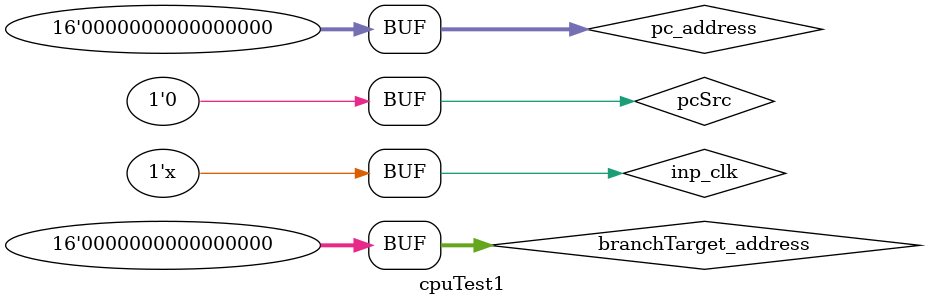
<source format=v>
`timescale 1ns / 1ps


module cpuTest1;

	// Inputs
	reg inp_clk;
	reg [15:0] pc_address;
	reg pcSrc;
	reg [15:0] branchTarget_address;

	// Outputs
	wire [15:0] instruction;

	// Instantiate the Unit Under Test (UUT)
	CPU uut (
		.inp_clk(inp_clk), 
		.pc_address(pc_address), 
		.pcSrc(pcSrc), 
		.instruction(instruction), 
		.branchTarget_address(branchTarget_address)
	);

	initial begin
		// Initialize Inputs
		inp_clk = 0;
		pc_address  =16'd0;
		pcSrc = 0;
		branchTarget_address = 0;

		// Wait 100 ns for global reset to finish
		#100;
        
		// Add stimulus here

	end
	
		always begin
		#5;
		inp_clk = ~inp_clk;
		end
      
endmodule


</source>
